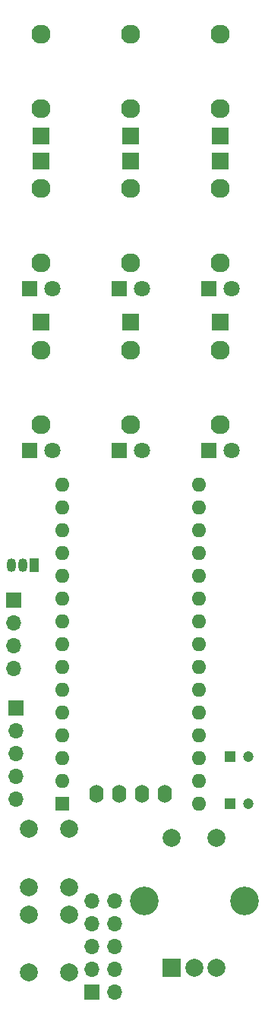
<source format=gbr>
%TF.GenerationSoftware,KiCad,Pcbnew,6.0.11-2627ca5db0~126~ubuntu22.04.1*%
%TF.CreationDate,2023-10-17T21:27:59+03:00*%
%TF.ProjectId,gtoe,67746f65-2e6b-4696-9361-645f70636258,rev?*%
%TF.SameCoordinates,Original*%
%TF.FileFunction,Soldermask,Top*%
%TF.FilePolarity,Negative*%
%FSLAX46Y46*%
G04 Gerber Fmt 4.6, Leading zero omitted, Abs format (unit mm)*
G04 Created by KiCad (PCBNEW 6.0.11-2627ca5db0~126~ubuntu22.04.1) date 2023-10-17 21:27:59*
%MOMM*%
%LPD*%
G01*
G04 APERTURE LIST*
%ADD10O,1.600000X2.000000*%
%ADD11O,1.700000X1.700000*%
%ADD12R,1.700000X1.700000*%
%ADD13R,1.600000X1.600000*%
%ADD14O,1.600000X1.600000*%
%ADD15R,1.930000X1.830000*%
%ADD16C,2.130000*%
%ADD17C,2.000000*%
%ADD18R,1.800000X1.800000*%
%ADD19C,1.800000*%
%ADD20C,3.200000*%
%ADD21R,2.000000X2.000000*%
%ADD22R,1.200000X1.200000*%
%ADD23C,1.200000*%
%ADD24R,1.050000X1.500000*%
%ADD25O,1.050000X1.500000*%
G04 APERTURE END LIST*
D10*
%TO.C,Screen*%
X111000000Y-126100000D03*
X113541000Y-126100000D03*
X116081000Y-126100000D03*
X118621000Y-126100000D03*
%TD*%
D11*
%TO.C,MIDI*%
X102000000Y-126685000D03*
X102000000Y-124145000D03*
X102000000Y-121605000D03*
X102000000Y-119065000D03*
D12*
X102000000Y-116525000D03*
%TD*%
D13*
%TO.C,A1*%
X107175000Y-127200000D03*
D14*
X107175000Y-124660000D03*
X107175000Y-122120000D03*
X107175000Y-119580000D03*
X107175000Y-117040000D03*
X107175000Y-114500000D03*
X107175000Y-111960000D03*
X107175000Y-109420000D03*
X107175000Y-106880000D03*
X107175000Y-104340000D03*
X107175000Y-101800000D03*
X107175000Y-99260000D03*
X107175000Y-96720000D03*
X107175000Y-94180000D03*
X107175000Y-91640000D03*
X122415000Y-91640000D03*
X122415000Y-94180000D03*
X122415000Y-96720000D03*
X122415000Y-99260000D03*
X122415000Y-101800000D03*
X122415000Y-104340000D03*
X122415000Y-106880000D03*
X122415000Y-109420000D03*
X122415000Y-111960000D03*
X122415000Y-114500000D03*
X122415000Y-117040000D03*
X122415000Y-119580000D03*
X122415000Y-122120000D03*
X122415000Y-124660000D03*
X122415000Y-127200000D03*
%TD*%
D15*
%TO.C,J9*%
X124800000Y-52780000D03*
D16*
X124800000Y-41380000D03*
X124800000Y-49680000D03*
%TD*%
D17*
%TO.C,SW3*%
X107950000Y-146000000D03*
X107950000Y-139500000D03*
X103450000Y-139500000D03*
X103450000Y-146000000D03*
%TD*%
D18*
%TO.C,D5*%
X113530000Y-87800000D03*
D19*
X116070000Y-87800000D03*
%TD*%
D15*
%TO.C,J2*%
X114800000Y-55520000D03*
D16*
X114800000Y-66920000D03*
X114800000Y-58620000D03*
%TD*%
D15*
%TO.C,J5*%
X114800000Y-73520000D03*
D16*
X114800000Y-84920000D03*
X114800000Y-76620000D03*
%TD*%
D18*
%TO.C,D4*%
X103530000Y-87800000D03*
D19*
X106070000Y-87800000D03*
%TD*%
D18*
%TO.C,D3*%
X123530000Y-69800000D03*
D19*
X126070000Y-69800000D03*
%TD*%
D15*
%TO.C,J3*%
X124800000Y-55520000D03*
D16*
X124800000Y-66920000D03*
X124800000Y-58620000D03*
%TD*%
D18*
%TO.C,D2*%
X113530000Y-69800000D03*
D19*
X116070000Y-69800000D03*
%TD*%
D17*
%TO.C,SW2*%
X119400000Y-131000000D03*
X124400000Y-131000000D03*
D20*
X127500000Y-138000000D03*
X116300000Y-138000000D03*
D17*
X121900000Y-145500000D03*
X124400000Y-145500000D03*
D21*
X119400000Y-145500000D03*
%TD*%
D15*
%TO.C,J8*%
X114800000Y-52780000D03*
D16*
X114800000Y-41380000D03*
X114800000Y-49680000D03*
%TD*%
D15*
%TO.C,J6*%
X124800000Y-73520000D03*
D16*
X124800000Y-84920000D03*
X124800000Y-76620000D03*
%TD*%
D15*
%TO.C,J1*%
X104800000Y-55520000D03*
D16*
X104800000Y-66920000D03*
X104800000Y-58620000D03*
%TD*%
D18*
%TO.C,D6*%
X123530000Y-87800000D03*
D19*
X126070000Y-87800000D03*
%TD*%
D18*
%TO.C,D1*%
X103530000Y-69800000D03*
D19*
X106070000Y-69800000D03*
%TD*%
D15*
%TO.C,J4*%
X104800000Y-73520000D03*
D16*
X104800000Y-84920000D03*
X104800000Y-76620000D03*
%TD*%
D15*
%TO.C,J7*%
X104800000Y-52780000D03*
D16*
X104800000Y-41380000D03*
X104800000Y-49680000D03*
%TD*%
D17*
%TO.C,SW1*%
X107950000Y-136500000D03*
X107950000Y-130000000D03*
X103450000Y-130000000D03*
X103450000Y-136500000D03*
%TD*%
D22*
%TO.C,C1*%
X125900000Y-127200000D03*
D23*
X127900000Y-127200000D03*
%TD*%
D12*
%TO.C,LINK*%
X101800000Y-104450000D03*
D11*
X101800000Y-106990000D03*
X101800000Y-109530000D03*
X101800000Y-112070000D03*
%TD*%
D22*
%TO.C,C2*%
X125900000Y-121900000D03*
D23*
X127900000Y-121900000D03*
%TD*%
D24*
%TO.C,Q1*%
X104020000Y-100610000D03*
D25*
X102750000Y-100610000D03*
X101480000Y-100610000D03*
%TD*%
D12*
%TO.C,J10*%
X110525000Y-148160000D03*
D11*
X113065000Y-148160000D03*
X110525000Y-145620000D03*
X113065000Y-145620000D03*
X110525000Y-143080000D03*
X113065000Y-143080000D03*
X110525000Y-140540000D03*
X113065000Y-140540000D03*
X110525000Y-138000000D03*
X113065000Y-138000000D03*
%TD*%
M02*

</source>
